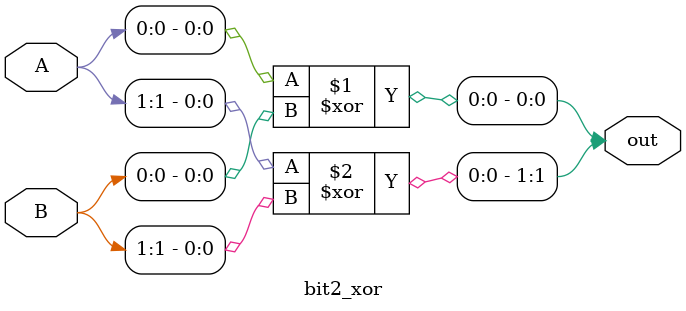
<source format=v>
module TopALU(
    input [1:0] A,
    input [1:0] B,
    input [2:0] select,
    output  [3:0] ALU_Out
);
    // Internal signals
    wire [1:0] AND_Out, OR_Out, XOR_Out;
    wire [3:0] SUM, DIFF, PROD;
    // Instantiate submodules
    bit2_and and_gate(A, B, AND_Out);
    bit2_or or_gate(A, B, OR_Out);
    bit2_xor xor_gate(A, B, XOR_Out);
    Fulladder adder(A[0], A[1], B[0], B[1],0 , SUM[2], SUM[0], SUM[1]);
    Fullsubtractor subtractor(A[0],A[1], B[0], B[1],0, DIFF[2], DIFF[0], DIFF[1]);
    multiplier multiplier(A, B, PROD);
wire [1:0] adder_out = {SUM[1], SUM[0]};
wire [1:0] sub_out = {DIFF[1], DIFF[0]};
MUX mux(AND_Out, OR_Out, XOR_Out, adder_out, sub_out, PROD, select,ALU_Out);
//module MUX(and_out, or_out, xor_out, adder_out, sub_out,mult, sel, out);
endmodule

module bit2_and(
	input [1:0] A,
   input [1:0] B,
	output [1:0] out);
	assign out[0] = A[0]&B[0];
	assign out[1] = A[1]&B[1];
endmodule
module bit2_or(
	input [1:0] A,
   input [1:0] B,
	output [1:0] out);
	assign out[0] = A[0]|B[0];
	assign out[1] = A[1]|B[1];
endmodule
module bit2_xor(
	input [1:0] A,
   input [1:0] B,
	output [1:0] out);
	assign out[0] = A[0]^B[0];
	assign out[1] = A[1]^B[1];
endmodule

</source>
